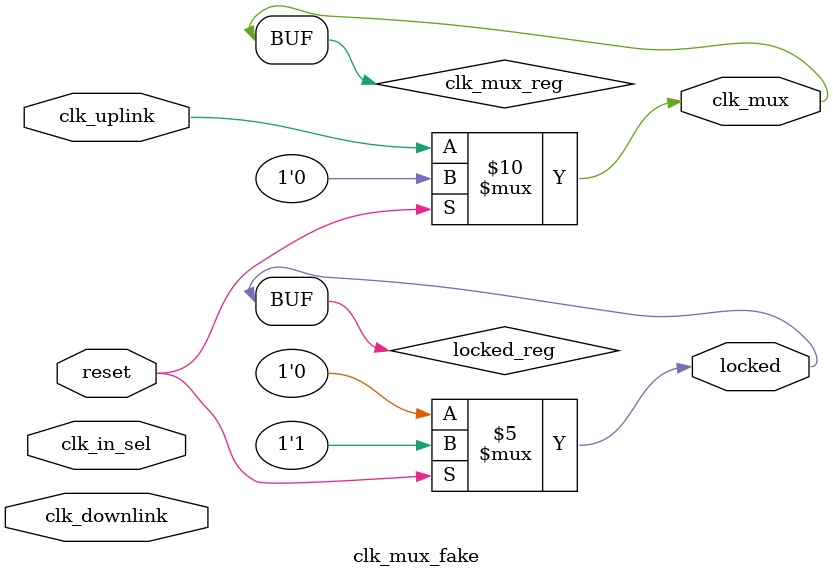
<source format=v>

`resetall
`timescale 1ns/10ps
module clk_mux_fake(
	 input   wire  		clk_in_sel,
		//Clock out ports  
	output   wire  					clk_mux,
		//Status and control signals                
	input   wire  					reset,
	output   wire  					locked,
		//Clock in ports
  input   wire  			clk_downlink,
	input   wire  			clk_uplink
);


reg clk_mux_reg = 1'b0;
reg locked_reg  = 1'b0;
always @(*)
  if (reset) 
    begin
      clk_mux_reg <= 1'b0 ;
      locked_reg<=1'b1; 
    end 
  else 
  begin
  locked_reg<=1'b0;
  if (clk_in_sel) clk_mux_reg <= clk_uplink ;
  else clk_mux_reg <= clk_uplink;
  end

assign clk_mux = clk_mux_reg;
assign locked=locked_reg;
endmodule

</source>
